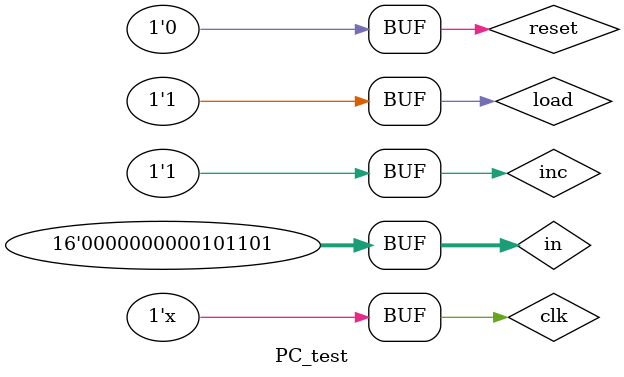
<source format=v>
`timescale 1ns / 1ps

module PC_test;

	// Inputs
	reg [15:0] in;
	reg inc;
	reg load;
	reg reset;
	reg clk;

	// Outputs
	wire [15:0] out;

	// Instantiate the Unit Under Test (UUT)
	PC uut (
		.in(in), 
		.inc(inc), 
		.load(load), 
		.reset(reset), 
		.clk(clk), 
		.out(out)
	);
	always #20 clk=~clk;
	initial begin
		// Initialize Inputs
		in = 0;
		inc = 0;
		load = 0;
		reset = 0;
		clk = 0;
		#10;
		in=45;
		#40;
		load=1;
		#40;
		load=0;
		#80;
		inc=1;
		#120;
		load=1;
	end
      
endmodule


</source>
